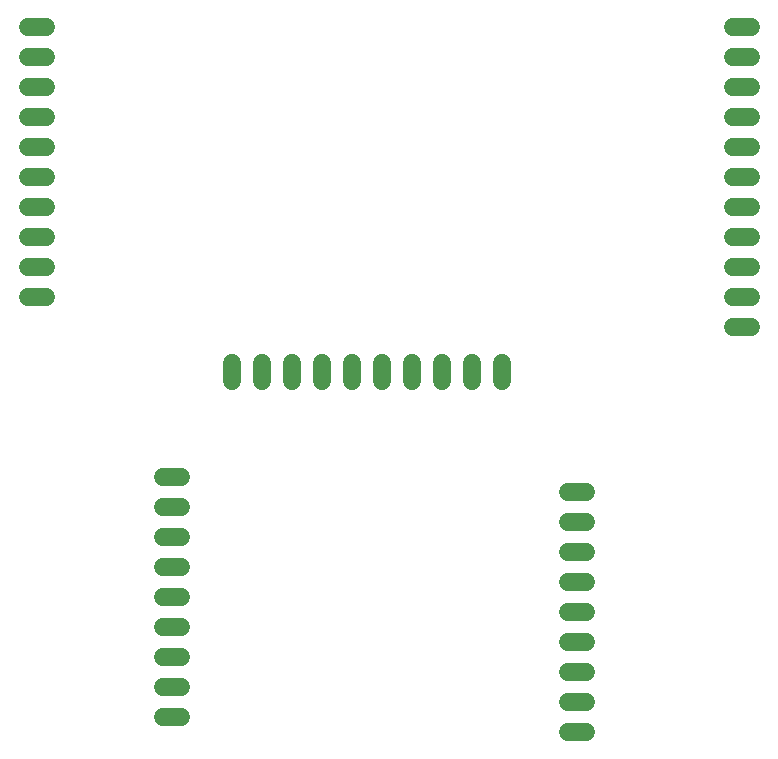
<source format=gbr>
G04 EAGLE Gerber RS-274X export*
G75*
%MOMM*%
%FSLAX34Y34*%
%LPD*%
%INBottom Copper*%
%IPPOS*%
%AMOC8*
5,1,8,0,0,1.08239X$1,22.5*%
G01*
%ADD10C,1.524000*%


D10*
X591820Y101600D02*
X576580Y101600D01*
X576580Y127000D02*
X591820Y127000D01*
X591820Y152400D02*
X576580Y152400D01*
X576580Y177800D02*
X591820Y177800D01*
X591820Y203200D02*
X576580Y203200D01*
X576580Y228600D02*
X591820Y228600D01*
X591820Y254000D02*
X576580Y254000D01*
X576580Y279400D02*
X591820Y279400D01*
X591820Y304800D02*
X576580Y304800D01*
X248920Y114300D02*
X233680Y114300D01*
X233680Y139700D02*
X248920Y139700D01*
X248920Y165100D02*
X233680Y165100D01*
X233680Y190500D02*
X248920Y190500D01*
X248920Y215900D02*
X233680Y215900D01*
X233680Y241300D02*
X248920Y241300D01*
X248920Y266700D02*
X233680Y266700D01*
X233680Y292100D02*
X248920Y292100D01*
X248920Y317500D02*
X233680Y317500D01*
X134620Y698500D02*
X119380Y698500D01*
X119380Y673100D02*
X134620Y673100D01*
X134620Y647700D02*
X119380Y647700D01*
X119380Y622300D02*
X134620Y622300D01*
X134620Y596900D02*
X119380Y596900D01*
X119380Y571500D02*
X134620Y571500D01*
X134620Y546100D02*
X119380Y546100D01*
X119380Y520700D02*
X134620Y520700D01*
X134620Y495300D02*
X119380Y495300D01*
X119380Y469900D02*
X134620Y469900D01*
X520700Y414020D02*
X520700Y398780D01*
X495300Y398780D02*
X495300Y414020D01*
X469900Y414020D02*
X469900Y398780D01*
X444500Y398780D02*
X444500Y414020D01*
X419100Y414020D02*
X419100Y398780D01*
X393700Y398780D02*
X393700Y414020D01*
X368300Y414020D02*
X368300Y398780D01*
X342900Y398780D02*
X342900Y414020D01*
X317500Y414020D02*
X317500Y398780D01*
X292100Y398780D02*
X292100Y414020D01*
X716280Y698500D02*
X731520Y698500D01*
X731520Y673100D02*
X716280Y673100D01*
X716280Y647700D02*
X731520Y647700D01*
X731520Y622300D02*
X716280Y622300D01*
X716280Y596900D02*
X731520Y596900D01*
X731520Y571500D02*
X716280Y571500D01*
X716280Y546100D02*
X731520Y546100D01*
X731520Y520700D02*
X716280Y520700D01*
X716280Y495300D02*
X731520Y495300D01*
X731520Y469900D02*
X716280Y469900D01*
X716280Y444500D02*
X731520Y444500D01*
M02*

</source>
